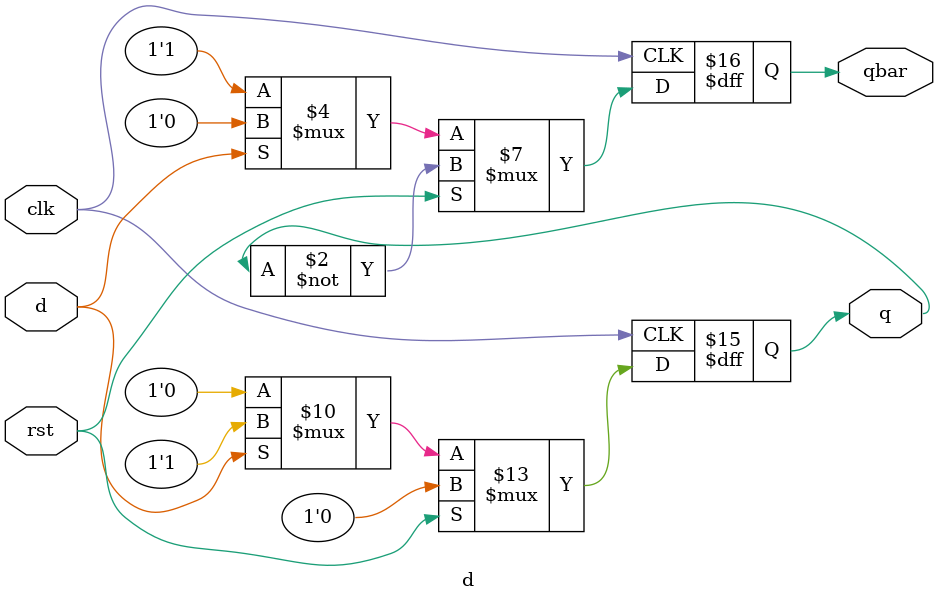
<source format=v>
module d(clk,rst,d,q,qbar);
input clk,rst,d;
output reg q,qbar;
 
always@(posedge clk)begin
if(rst)begin 
	q<=1'b0;
	qbar<=~q;
end
else begin 
	if(d) begin q<=1'b1 ; qbar<=1'b0; end
	else begin q<=1'b0 ; qbar<=1'b1; end
end
end
endmodule

</source>
